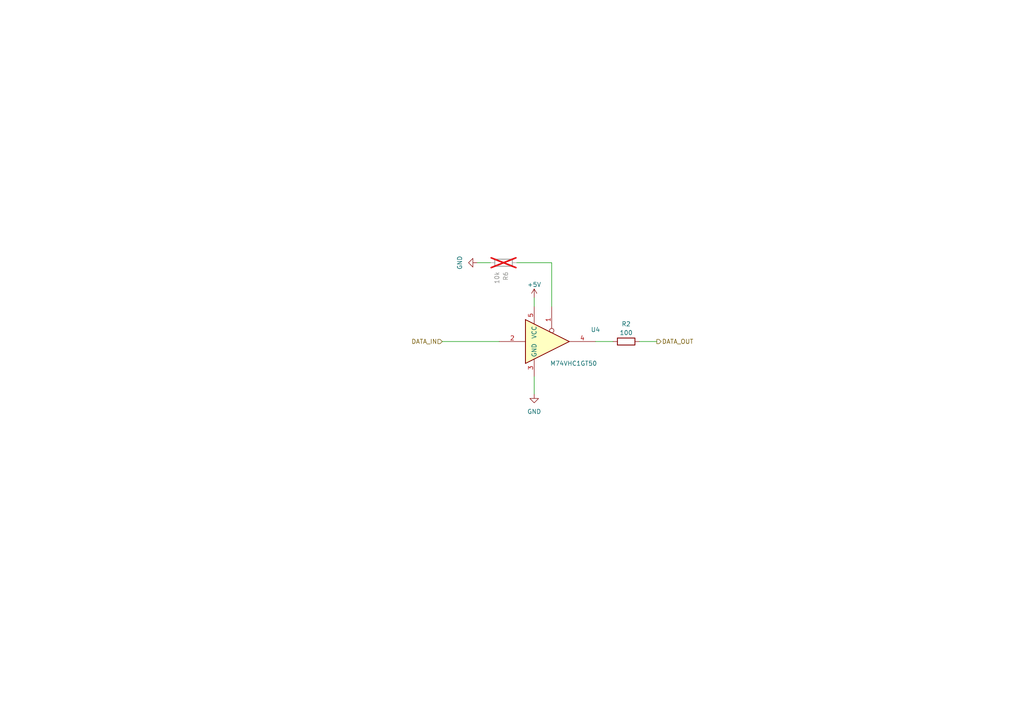
<source format=kicad_sch>
(kicad_sch (version 20230121) (generator eeschema)

  (uuid a55b4683-9f89-40b1-b2b8-d66e08fb2c6c)

  (paper "A4")

  (lib_symbols
    (symbol "74xGxx:74AHCT1G125" (in_bom yes) (on_board yes)
      (property "Reference" "U" (at -2.54 3.81 0)
        (effects (font (size 1.27 1.27)))
      )
      (property "Value" "74AHCT1G125" (at 0 -3.81 0)
        (effects (font (size 1.27 1.27)))
      )
      (property "Footprint" "" (at 0 0 0)
        (effects (font (size 1.27 1.27)) hide)
      )
      (property "Datasheet" "http://www.ti.com/lit/sg/scyt129e/scyt129e.pdf" (at 0 0 0)
        (effects (font (size 1.27 1.27)) hide)
      )
      (property "ki_keywords" "Single Gate Buff Tri-State LVC CMOS" (at 0 0 0)
        (effects (font (size 1.27 1.27)) hide)
      )
      (property "ki_description" "Single Buffer Gate Tri-State, Low-Voltage CMOS" (at 0 0 0)
        (effects (font (size 1.27 1.27)) hide)
      )
      (property "ki_fp_filters" "SOT* SG-*" (at 0 0 0)
        (effects (font (size 1.27 1.27)) hide)
      )
      (symbol "74AHCT1G125_0_1"
        (polyline
          (pts
            (xy -7.62 6.35)
            (xy -7.62 -6.35)
            (xy 5.08 0)
            (xy -7.62 6.35)
          )
          (stroke (width 0.254) (type default))
          (fill (type background))
        )
      )
      (symbol "74AHCT1G125_1_1"
        (pin input inverted (at 0 10.16 270) (length 7.62)
          (name "~" (effects (font (size 1.27 1.27))))
          (number "1" (effects (font (size 1.27 1.27))))
        )
        (pin input line (at -15.24 0 0) (length 7.62)
          (name "~" (effects (font (size 1.27 1.27))))
          (number "2" (effects (font (size 1.27 1.27))))
        )
        (pin power_in line (at -5.08 -10.16 90) (length 5.08)
          (name "GND" (effects (font (size 1.27 1.27))))
          (number "3" (effects (font (size 1.27 1.27))))
        )
        (pin tri_state line (at 12.7 0 180) (length 7.62)
          (name "~" (effects (font (size 1.27 1.27))))
          (number "4" (effects (font (size 1.27 1.27))))
        )
        (pin power_in line (at -5.08 10.16 270) (length 5.08)
          (name "VCC" (effects (font (size 1.27 1.27))))
          (number "5" (effects (font (size 1.27 1.27))))
        )
      )
    )
    (symbol "Device:R" (pin_numbers hide) (pin_names (offset 0)) (in_bom yes) (on_board yes)
      (property "Reference" "R" (at 2.032 0 90)
        (effects (font (size 1.27 1.27)))
      )
      (property "Value" "R" (at 0 0 90)
        (effects (font (size 1.27 1.27)))
      )
      (property "Footprint" "" (at -1.778 0 90)
        (effects (font (size 1.27 1.27)) hide)
      )
      (property "Datasheet" "~" (at 0 0 0)
        (effects (font (size 1.27 1.27)) hide)
      )
      (property "ki_keywords" "R res resistor" (at 0 0 0)
        (effects (font (size 1.27 1.27)) hide)
      )
      (property "ki_description" "Resistor" (at 0 0 0)
        (effects (font (size 1.27 1.27)) hide)
      )
      (property "ki_fp_filters" "R_*" (at 0 0 0)
        (effects (font (size 1.27 1.27)) hide)
      )
      (symbol "R_0_1"
        (rectangle (start -1.016 -2.54) (end 1.016 2.54)
          (stroke (width 0.254) (type default))
          (fill (type none))
        )
      )
      (symbol "R_1_1"
        (pin passive line (at 0 3.81 270) (length 1.27)
          (name "~" (effects (font (size 1.27 1.27))))
          (number "1" (effects (font (size 1.27 1.27))))
        )
        (pin passive line (at 0 -3.81 90) (length 1.27)
          (name "~" (effects (font (size 1.27 1.27))))
          (number "2" (effects (font (size 1.27 1.27))))
        )
      )
    )
    (symbol "power:+5V" (power) (pin_names (offset 0)) (in_bom yes) (on_board yes)
      (property "Reference" "#PWR" (at 0 -3.81 0)
        (effects (font (size 1.27 1.27)) hide)
      )
      (property "Value" "+5V" (at 0 3.556 0)
        (effects (font (size 1.27 1.27)))
      )
      (property "Footprint" "" (at 0 0 0)
        (effects (font (size 1.27 1.27)) hide)
      )
      (property "Datasheet" "" (at 0 0 0)
        (effects (font (size 1.27 1.27)) hide)
      )
      (property "ki_keywords" "global power" (at 0 0 0)
        (effects (font (size 1.27 1.27)) hide)
      )
      (property "ki_description" "Power symbol creates a global label with name \"+5V\"" (at 0 0 0)
        (effects (font (size 1.27 1.27)) hide)
      )
      (symbol "+5V_0_1"
        (polyline
          (pts
            (xy -0.762 1.27)
            (xy 0 2.54)
          )
          (stroke (width 0) (type default))
          (fill (type none))
        )
        (polyline
          (pts
            (xy 0 0)
            (xy 0 2.54)
          )
          (stroke (width 0) (type default))
          (fill (type none))
        )
        (polyline
          (pts
            (xy 0 2.54)
            (xy 0.762 1.27)
          )
          (stroke (width 0) (type default))
          (fill (type none))
        )
      )
      (symbol "+5V_1_1"
        (pin power_in line (at 0 0 90) (length 0) hide
          (name "+5V" (effects (font (size 1.27 1.27))))
          (number "1" (effects (font (size 1.27 1.27))))
        )
      )
    )
    (symbol "power:GND" (power) (pin_names (offset 0)) (in_bom yes) (on_board yes)
      (property "Reference" "#PWR" (at 0 -6.35 0)
        (effects (font (size 1.27 1.27)) hide)
      )
      (property "Value" "GND" (at 0 -3.81 0)
        (effects (font (size 1.27 1.27)))
      )
      (property "Footprint" "" (at 0 0 0)
        (effects (font (size 1.27 1.27)) hide)
      )
      (property "Datasheet" "" (at 0 0 0)
        (effects (font (size 1.27 1.27)) hide)
      )
      (property "ki_keywords" "global power" (at 0 0 0)
        (effects (font (size 1.27 1.27)) hide)
      )
      (property "ki_description" "Power symbol creates a global label with name \"GND\" , ground" (at 0 0 0)
        (effects (font (size 1.27 1.27)) hide)
      )
      (symbol "GND_0_1"
        (polyline
          (pts
            (xy 0 0)
            (xy 0 -1.27)
            (xy 1.27 -1.27)
            (xy 0 -2.54)
            (xy -1.27 -1.27)
            (xy 0 -1.27)
          )
          (stroke (width 0) (type default))
          (fill (type none))
        )
      )
      (symbol "GND_1_1"
        (pin power_in line (at 0 0 270) (length 0) hide
          (name "GND" (effects (font (size 1.27 1.27))))
          (number "1" (effects (font (size 1.27 1.27))))
        )
      )
    )
  )


  (wire (pts (xy 160.02 76.2) (xy 160.02 88.9))
    (stroke (width 0) (type default))
    (uuid 008938a8-1ce8-4f25-9a55-3308d3ccfa99)
  )
  (wire (pts (xy 149.86 76.2) (xy 160.02 76.2))
    (stroke (width 0) (type default))
    (uuid 1e8f106d-5e11-42ae-b1af-404b68f7774b)
  )
  (wire (pts (xy 185.42 99.06) (xy 190.5 99.06))
    (stroke (width 0) (type default))
    (uuid 39db5eac-2be2-4aa9-b808-6c4810533d57)
  )
  (wire (pts (xy 128.27 99.06) (xy 144.78 99.06))
    (stroke (width 0) (type default))
    (uuid 9047b9b8-c46b-4452-87ad-ad3c23e7940c)
  )
  (wire (pts (xy 154.94 86.36) (xy 154.94 88.9))
    (stroke (width 0) (type default))
    (uuid 9a9917db-d999-4af9-857c-fe45fe90eecf)
  )
  (wire (pts (xy 172.72 99.06) (xy 177.8 99.06))
    (stroke (width 0) (type default))
    (uuid c6747ed1-cdce-4851-a34f-6f4b08580432)
  )
  (wire (pts (xy 142.24 76.2) (xy 138.43 76.2))
    (stroke (width 0) (type default))
    (uuid dd5ba1b6-f4f1-4b64-8567-961ac6e53231)
  )
  (wire (pts (xy 154.94 109.22) (xy 154.94 114.3))
    (stroke (width 0) (type default))
    (uuid e9553170-75b1-4bde-b5b7-68f20ce7d9ec)
  )

  (hierarchical_label "DATA_OUT" (shape output) (at 190.5 99.06 0) (fields_autoplaced)
    (effects (font (size 1.27 1.27)) (justify left))
    (uuid 4f4721f7-ee8d-46df-ae95-984af7afa074)
  )
  (hierarchical_label "DATA_IN" (shape input) (at 128.27 99.06 180) (fields_autoplaced)
    (effects (font (size 1.27 1.27)) (justify right))
    (uuid 6402ed28-eca3-4720-bc79-185cd8c71dfd)
  )

  (symbol (lib_id "power:GND") (at 154.94 114.3 0) (unit 1)
    (in_bom yes) (on_board yes) (dnp no) (fields_autoplaced)
    (uuid 115d03fc-1536-48e8-b1a8-fad39c553f52)
    (property "Reference" "#PWR013" (at 154.94 120.65 0)
      (effects (font (size 1.27 1.27)) hide)
    )
    (property "Value" "GND" (at 154.94 119.38 0)
      (effects (font (size 1.27 1.27)))
    )
    (property "Footprint" "" (at 154.94 114.3 0)
      (effects (font (size 1.27 1.27)) hide)
    )
    (property "Datasheet" "" (at 154.94 114.3 0)
      (effects (font (size 1.27 1.27)) hide)
    )
    (pin "1" (uuid e516b1a9-64a9-4231-925e-c0bb8ba847e2))
    (instances
      (project "espilepsy"
        (path "/3e37c0d9-ff36-4c52-a2ac-da84308d4625"
          (reference "#PWR013") (unit 1)
        )
        (path "/3e37c0d9-ff36-4c52-a2ac-da84308d4625/fdaf514e-c67c-432b-b5f2-a5b90175d277"
          (reference "#PWR017") (unit 1)
        )
        (path "/3e37c0d9-ff36-4c52-a2ac-da84308d4625/72964581-9551-4471-b432-5ec4ff0ec026"
          (reference "#PWR022") (unit 1)
        )
      )
    )
  )

  (symbol (lib_id "Device:R") (at 146.05 76.2 270) (unit 1)
    (in_bom yes) (on_board yes) (dnp yes) (fields_autoplaced)
    (uuid 38ef7585-974f-4468-9a5c-a37808e6135c)
    (property "Reference" "R6" (at 146.685 78.74 0)
      (effects (font (size 1.27 1.27)) (justify left))
    )
    (property "Value" "10k" (at 144.145 78.74 0)
      (effects (font (size 1.27 1.27)) (justify left))
    )
    (property "Footprint" "Resistor_SMD:R_0603_1608Metric_Pad0.98x0.95mm_HandSolder" (at 146.05 74.422 90)
      (effects (font (size 1.27 1.27)) hide)
    )
    (property "Datasheet" "~" (at 146.05 76.2 0)
      (effects (font (size 1.27 1.27)) hide)
    )
    (pin "1" (uuid 006c7853-a699-4d49-87d9-26232050fdb3))
    (pin "2" (uuid 3f674d51-8b66-4ec6-9a31-31a707136a33))
    (instances
      (project "espilepsy"
        (path "/3e37c0d9-ff36-4c52-a2ac-da84308d4625"
          (reference "R6") (unit 1)
        )
        (path "/3e37c0d9-ff36-4c52-a2ac-da84308d4625/fdaf514e-c67c-432b-b5f2-a5b90175d277"
          (reference "R8") (unit 1)
        )
        (path "/3e37c0d9-ff36-4c52-a2ac-da84308d4625/72964581-9551-4471-b432-5ec4ff0ec026"
          (reference "R9") (unit 1)
        )
      )
    )
  )

  (symbol (lib_id "Device:R") (at 181.61 99.06 90) (unit 1)
    (in_bom yes) (on_board yes) (dnp no)
    (uuid 5cbaaa27-7001-41aa-8cf2-fc84e105f246)
    (property "Reference" "R2" (at 181.61 93.98 90)
      (effects (font (size 1.27 1.27)))
    )
    (property "Value" "100" (at 181.61 96.52 90)
      (effects (font (size 1.27 1.27)))
    )
    (property "Footprint" "Resistor_SMD:R_0603_1608Metric_Pad0.98x0.95mm_HandSolder" (at 181.61 100.838 90)
      (effects (font (size 1.27 1.27)) hide)
    )
    (property "Datasheet" "~" (at 181.61 99.06 0)
      (effects (font (size 1.27 1.27)) hide)
    )
    (pin "1" (uuid 3f3b0960-a632-4f68-8bdb-7cbd8cc374d7))
    (pin "2" (uuid c8d7590b-0aae-4da6-b3af-456fcbc30c90))
    (instances
      (project "espilepsy"
        (path "/3e37c0d9-ff36-4c52-a2ac-da84308d4625"
          (reference "R2") (unit 1)
        )
        (path "/3e37c0d9-ff36-4c52-a2ac-da84308d4625/fdaf514e-c67c-432b-b5f2-a5b90175d277"
          (reference "R7") (unit 1)
        )
        (path "/3e37c0d9-ff36-4c52-a2ac-da84308d4625/72964581-9551-4471-b432-5ec4ff0ec026"
          (reference "R6") (unit 1)
        )
      )
    )
  )

  (symbol (lib_id "power:GND") (at 138.43 76.2 270) (unit 1)
    (in_bom yes) (on_board yes) (dnp no) (fields_autoplaced)
    (uuid 8b5e1483-d90a-402e-9c6e-11642189cf3f)
    (property "Reference" "#PWR021" (at 132.08 76.2 0)
      (effects (font (size 1.27 1.27)) hide)
    )
    (property "Value" "GND" (at 133.35 76.2 0)
      (effects (font (size 1.27 1.27)))
    )
    (property "Footprint" "" (at 138.43 76.2 0)
      (effects (font (size 1.27 1.27)) hide)
    )
    (property "Datasheet" "" (at 138.43 76.2 0)
      (effects (font (size 1.27 1.27)) hide)
    )
    (pin "1" (uuid f01546cc-dc82-475c-a28f-b7e3766c1a68))
    (instances
      (project "espilepsy"
        (path "/3e37c0d9-ff36-4c52-a2ac-da84308d4625"
          (reference "#PWR021") (unit 1)
        )
        (path "/3e37c0d9-ff36-4c52-a2ac-da84308d4625/fdaf514e-c67c-432b-b5f2-a5b90175d277"
          (reference "#PWR012") (unit 1)
        )
        (path "/3e37c0d9-ff36-4c52-a2ac-da84308d4625/72964581-9551-4471-b432-5ec4ff0ec026"
          (reference "#PWR018") (unit 1)
        )
      )
    )
  )

  (symbol (lib_id "74xGxx:74AHCT1G125") (at 160.02 99.06 0) (unit 1)
    (in_bom yes) (on_board yes) (dnp no)
    (uuid a8fc50db-e105-4762-9ccd-00cafc8820b1)
    (property "Reference" "U4" (at 172.72 95.6311 0)
      (effects (font (size 1.27 1.27)))
    )
    (property "Value" "M74VHC1GT50" (at 166.37 105.41 0)
      (effects (font (size 1.27 1.27)))
    )
    (property "Footprint" "Package_TO_SOT_SMD:SOT-23-5_HandSoldering" (at 160.02 99.06 0)
      (effects (font (size 1.27 1.27)) hide)
    )
    (property "Datasheet" "http://www.ti.com/lit/sg/scyt129e/scyt129e.pdf" (at 160.02 99.06 0)
      (effects (font (size 1.27 1.27)) hide)
    )
    (pin "1" (uuid 15c078b9-22b7-4077-9dda-c2366d0a67e8))
    (pin "2" (uuid 8cc54a4f-c0d0-4dbf-b310-0fd84472e6c6))
    (pin "3" (uuid f28cef4c-489f-4a1a-b4b4-60f54fd76d90))
    (pin "4" (uuid b983a899-51c4-418f-b7e6-4976c134c168))
    (pin "5" (uuid aee804d1-6979-4293-a11e-8eab3ae2d56d))
    (instances
      (project "espilepsy"
        (path "/3e37c0d9-ff36-4c52-a2ac-da84308d4625"
          (reference "U4") (unit 1)
        )
        (path "/3e37c0d9-ff36-4c52-a2ac-da84308d4625/fdaf514e-c67c-432b-b5f2-a5b90175d277"
          (reference "U4") (unit 1)
        )
        (path "/3e37c0d9-ff36-4c52-a2ac-da84308d4625/72964581-9551-4471-b432-5ec4ff0ec026"
          (reference "U2") (unit 1)
        )
      )
    )
  )

  (symbol (lib_id "power:+5V") (at 154.94 86.36 0) (unit 1)
    (in_bom yes) (on_board yes) (dnp no) (fields_autoplaced)
    (uuid ff8d79ea-7358-4c2e-acca-1a00995544cd)
    (property "Reference" "#PWR012" (at 154.94 90.17 0)
      (effects (font (size 1.27 1.27)) hide)
    )
    (property "Value" "+5V" (at 154.94 82.55 0)
      (effects (font (size 1.27 1.27)))
    )
    (property "Footprint" "" (at 154.94 86.36 0)
      (effects (font (size 1.27 1.27)) hide)
    )
    (property "Datasheet" "" (at 154.94 86.36 0)
      (effects (font (size 1.27 1.27)) hide)
    )
    (pin "1" (uuid 240cb39b-cd72-44ab-8096-e7702e38d2e1))
    (instances
      (project "espilepsy"
        (path "/3e37c0d9-ff36-4c52-a2ac-da84308d4625"
          (reference "#PWR012") (unit 1)
        )
        (path "/3e37c0d9-ff36-4c52-a2ac-da84308d4625/fdaf514e-c67c-432b-b5f2-a5b90175d277"
          (reference "#PWR013") (unit 1)
        )
        (path "/3e37c0d9-ff36-4c52-a2ac-da84308d4625/72964581-9551-4471-b432-5ec4ff0ec026"
          (reference "#PWR021") (unit 1)
        )
      )
    )
  )
)

</source>
